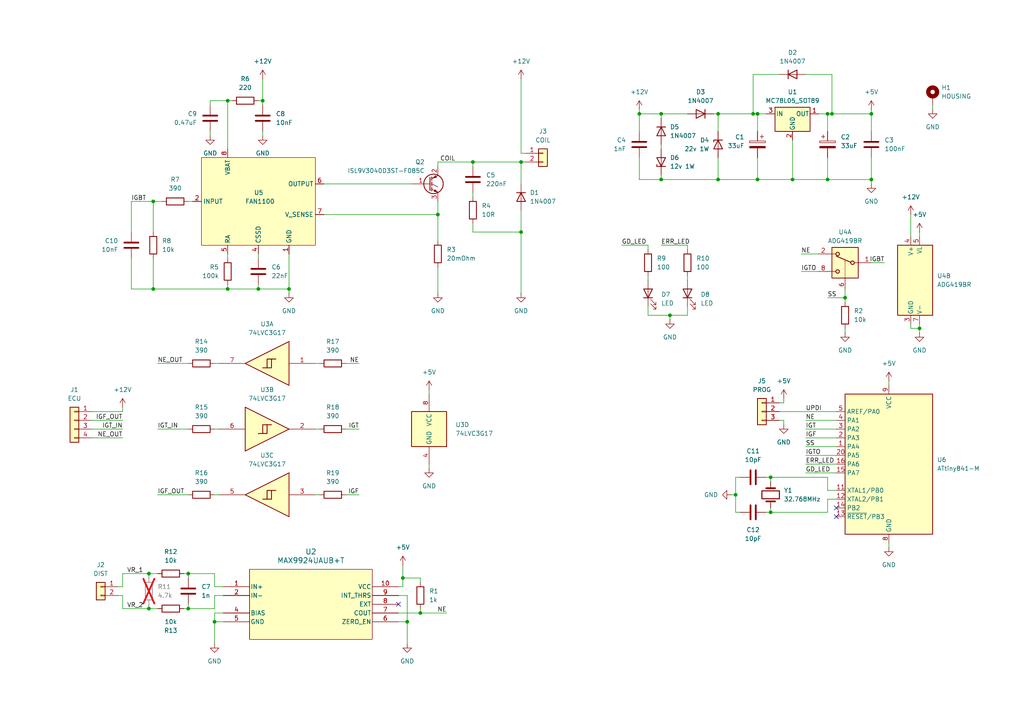
<source format=kicad_sch>
(kicad_sch (version 20231120) (generator "eeschema") (generator_version "8.0")
  (paper "A4")
  (lib_symbols
    (symbol "74xGxx:74LVC3G17"
      (property "Reference" "U" (at -2.54 7.62 0))
      (property "Value" "74LVC3G17" (at 2.54 -7.62 0))
      (symbol "74LVC3G17_1_1"
        (pin input line (at -15.24 0 0) (length 7.62) (name "~") (number "1"))
        (pin output line (at 12.7 0 180) (length 7.62) (name "~") (number "7"))
      )
      (symbol "74LVC3G17_2_1"
        (pin output line (at 12.7 0 180) (length 7.62) (name "~") (number "2"))
        (pin input line (at -15.24 0 0) (length 7.62) (name "~") (number "6"))
      )
      (symbol "74LVC3G17_3_1"
        (pin input line (at -15.24 0 0) (length 7.62) (name "~") (number "3"))
        (pin output line (at 12.7 0 180) (length 7.62) (name "~") (number "5"))
      )
      (symbol "74LVC3G17_4_1"
        (pin power_in line (at 0 -10.16 90) (length 5.08) (name "GND") (number "4"))
        (pin power_in line (at 0 10.16 270) (length 5.08) (name "VCC") (number "8"))
      )
    )
    (symbol "Analog_Switch:ADG419BR" (pin_names (offset 0.254))
      (property "Reference" "U" (at -3.175 4.699 0))
      (property "Value" "ADG419BR" (at -3.175 2.921 0))
      (symbol "ADG419BR_1_1"
        (pin passive line (at -7.62 0 0) (length 2.54) (name "~") (number "1"))
        (pin passive line (at 7.62 2.54 180) (length 2.54) (name "~") (number "2"))
        (pin input line (at 0 -7.62 90) (length 2.54) (name "~") (number "6"))
        (pin passive line (at 7.62 -2.54 180) (length 2.54) (name "~") (number "8"))
      )
      (symbol "ADG419BR_2_0"
        (pin power_in line (at 0 -12.7 90) (length 2.54) (name "GND") (number "3"))
        (pin power_in line (at 0 12.7 270) (length 2.54) (name "V+") (number "4"))
        (pin power_in line (at 2.54 12.7 270) (length 2.54) (name "VL") (number "5"))
        (pin power_in line (at 2.54 -12.7 90) (length 2.54) (name "V-") (number "7"))
      )
    )
    (symbol "Connector_Generic:Conn_01x02" (pin_names (offset 1.016) hide)
      (property "Reference" "J" (at 0 2.54 0))
      (property "Value" "Conn_01x02" (at 0 -5.08 0))
      (symbol "Conn_01x02_1_1"
        (pin passive line (at -5.08 0 0) (length 3.81) (name "Pin_1") (number "1"))
        (pin passive line (at -5.08 -2.54 0) (length 3.81) (name "Pin_2") (number "2"))
      )
    )
    (symbol "Connector_Generic:Conn_01x03" (pin_names (offset 1.016) hide)
      (property "Reference" "J" (at 0 5.08 0))
      (property "Value" "Conn_01x03" (at 0 -5.08 0))
      (symbol "Conn_01x03_1_1"
        (pin passive line (at -5.08 2.54 0) (length 3.81) (name "Pin_1") (number "1"))
        (pin passive line (at -5.08 0 0) (length 3.81) (name "Pin_2") (number "2"))
        (pin passive line (at -5.08 -2.54 0) (length 3.81) (name "Pin_3") (number "3"))
      )
    )
    (symbol "Connector_Generic:Conn_01x04" (pin_names (offset 1.016) hide)
      (property "Reference" "J" (at 0 5.08 0))
      (property "Value" "Conn_01x04" (at 0 -7.62 0))
      (symbol "Conn_01x04_1_1"
        (pin passive line (at -5.08 2.54 0) (length 3.81) (name "Pin_1") (number "1"))
        (pin passive line (at -5.08 0 0) (length 3.81) (name "Pin_2") (number "2"))
        (pin passive line (at -5.08 -2.54 0) (length 3.81) (name "Pin_3") (number "3"))
        (pin passive line (at -5.08 -5.08 0) (length 3.81) (name "Pin_4") (number "4"))
      )
    )
    (symbol "Device:C" (pin_numbers hide) (pin_names (offset 0.254))
      (property "Reference" "C" (at 0.635 2.54 0))
      (property "Value" "C" (at 0.635 -2.54 0))
      (symbol "C_1_1"
        (pin passive line (at 0 3.81 270) (length 2.794) (name "~") (number "1"))
        (pin passive line (at 0 -3.81 90) (length 2.794) (name "~") (number "2"))
      )
    )
    (symbol "Device:C_Polarized" (pin_numbers hide) (pin_names (offset 0.254))
      (property "Reference" "C" (at 0.635 2.54 0))
      (property "Value" "C_Polarized" (at 0.635 -2.54 0))
      (symbol "C_Polarized_1_1"
        (pin passive line (at 0 3.81 270) (length 2.794) (name "~") (number "1"))
        (pin passive line (at 0 -3.81 90) (length 2.794) (name "~") (number "2"))
      )
    )
    (symbol "Device:Crystal" (pin_numbers hide) (pin_names (offset 1.016) hide)
      (property "Reference" "Y" (at 0 3.81 0))
      (property "Value" "Crystal" (at 0 -3.81 0))
      (symbol "Crystal_1_1"
        (pin passive line (at -3.81 0 0) (length 1.27) (name "1") (number "1"))
        (pin passive line (at 3.81 0 180) (length 1.27) (name "2") (number "2"))
      )
    )
    (symbol "Device:D" (pin_numbers hide) (pin_names (offset 1.016) hide)
      (property "Reference" "D" (at 0 2.54 0))
      (property "Value" "D" (at 0 -2.54 0))
      (symbol "D_1_1"
        (pin passive line (at -3.81 0 0) (length 2.54) (name "K") (number "1"))
        (pin passive line (at 3.81 0 180) (length 2.54) (name "A") (number "2"))
      )
    )
    (symbol "Device:D_Zener" (pin_numbers hide) (pin_names (offset 1.016) hide)
      (property "Reference" "D" (at 0 2.54 0))
      (property "Value" "D_Zener" (at 0 -2.54 0))
      (symbol "D_Zener_1_1"
        (pin passive line (at -3.81 0 0) (length 2.54) (name "K") (number "1"))
        (pin passive line (at 3.81 0 180) (length 2.54) (name "A") (number "2"))
      )
    )
    (symbol "Device:LED" (pin_numbers hide) (pin_names (offset 1.016) hide)
      (property "Reference" "D" (at 0 2.54 0))
      (property "Value" "LED" (at 0 -2.54 0))
      (symbol "LED_1_1"
        (pin passive line (at -3.81 0 0) (length 2.54) (name "K") (number "1"))
        (pin passive line (at 3.81 0 180) (length 2.54) (name "A") (number "2"))
      )
    )
    (symbol "Device:Q_NIGBT_GCE" (pin_names (offset 0) hide)
      (property "Reference" "Q" (at 5.08 1.27 0))
      (property "Value" "Q_NIGBT_GCE" (at 5.08 -1.27 0))
      (symbol "Q_NIGBT_GCE_1_1"
        (pin input line (at -5.08 0 0) (length 5.334) (name "G") (number "1"))
        (pin passive line (at 2.54 5.08 270) (length 2.54) (name "C") (number "2"))
        (pin passive line (at 2.54 -5.08 90) (length 2.54) (name "E") (number "3"))
      )
    )
    (symbol "Device:R" (pin_numbers hide) (pin_names (offset 0))
      (property "Reference" "R" (at 2.032 0 90))
      (property "Value" "R" (at 0 0 90))
      (symbol "R_1_1"
        (pin passive line (at 0 3.81 270) (length 1.27) (name "~") (number "1"))
        (pin passive line (at 0 -3.81 90) (length 1.27) (name "~") (number "2"))
      )
    )
    (symbol "FAN1100:FAN1100-F085"
      (property "Reference" "U" (at 0 -12.446 0))
      (property "Value" "FAN1100" (at -0.254 -15.24 0))
      (symbol "FAN1100-F085_1_1"
        (pin input line (at 8.89 -30.48 90) (length 2.54) (name "GND") (number "1"))
        (pin input line (at -19.05 -15.24 0) (length 2.54) (name "INPUT") (number "2"))
        (pin input line (at -19.05 -20.32 0) (length 2.54) hide (name "NC") (number "3"))
        (pin input line (at 0 -30.48 90) (length 2.54) (name "CSSD") (number "4"))
        (pin input line (at -8.89 -30.48 90) (length 2.54) (name "RA") (number "5"))
        (pin input line (at 19.05 -10.16 180) (length 2.54) (name "OUTPUT") (number "6"))
        (pin input line (at 19.05 -19.05 180) (length 2.54) (name "V_SENSE") (number "7"))
        (pin input line (at -8.89 0 270) (length 2.54) (name "VBAT") (number "8"))
      )
    )
    (symbol "MAX9924:MAX9924UAUB+T" (pin_names (offset 0.254))
      (property "Reference" "U" (at 25.4 10.16 0))
      (property "Value" "MAX9924UAUB+T" (at 25.4 7.62 0))
      (symbol "MAX9924UAUB+T_0_1"
        (pin input line (at 0 0 0) (length 7.62) (name "IN+") (number "1"))
        (pin power_in line (at 50.8 0 180) (length 7.62) (name "VCC") (number "10"))
        (pin input line (at 0 -2.54 0) (length 7.62) (name "IN-") (number "2"))
        (pin input line (at 0 -7.62 0) (length 7.62) (name "BIAS") (number "4"))
        (pin power_in line (at 0 -10.16 0) (length 7.62) (name "GND") (number "5"))
        (pin unspecified line (at 50.8 -10.16 180) (length 7.62) (name "ZERO_EN") (number "6"))
        (pin output line (at 50.8 -7.62 180) (length 7.62) (name "COUT") (number "7"))
        (pin input line (at 50.8 -5.08 180) (length 7.62) (name "EXT") (number "8"))
        (pin unspecified line (at 50.8 -2.54 180) (length 7.62) (name "INT_THRS") (number "9"))
      )
      (symbol "MAX9924UAUB+T_1_1"
        (pin no_connect line (at 0 -5.08 0) (length 7.62) hide (name "NC") (number "3"))
      )
    )
    (symbol "MCU_Microchip_ATtiny:ATtiny841-M"
      (property "Reference" "U" (at -12.7 21.59 0))
      (property "Value" "ATtiny841-M" (at 2.54 -21.59 0))
      (symbol "ATtiny841-M_1_1"
        (pin bidirectional line (at 15.24 5.08 180) (length 2.54) (name "PA4") (number "1"))
        (pin no_connect line (at -12.7 -10.16 0) (length 2.54) hide (name "NC") (number "10"))
        (pin bidirectional line (at 15.24 -7.62 180) (length 2.54) (name "XTAL1/PB0") (number "11"))
        (pin bidirectional line (at 15.24 -10.16 180) (length 2.54) (name "XTAL2/PB1") (number "12"))
        (pin bidirectional line (at 15.24 -15.24 180) (length 2.54) (name "~{RESET}/PB3") (number "13"))
        (pin bidirectional line (at 15.24 -12.7 180) (length 2.54) (name "PB2") (number "14"))
        (pin bidirectional line (at 15.24 -2.54 180) (length 2.54) (name "PA7") (number "15"))
        (pin bidirectional line (at 15.24 0 180) (length 2.54) (name "PA6") (number "16"))
        (pin no_connect line (at -12.7 -12.7 0) (length 2.54) hide (name "NC") (number "17"))
        (pin no_connect line (at -12.7 -15.24 0) (length 2.54) hide (name "NC") (number "18"))
        (pin no_connect line (at -12.7 -17.78 0) (length 2.54) hide (name "NC") (number "19"))
        (pin bidirectional line (at 15.24 7.62 180) (length 2.54) (name "PA3") (number "2"))
        (pin bidirectional line (at 15.24 2.54 180) (length 2.54) (name "PA5") (number "20"))
        (pin passive line (at 0 -22.86 90) (length 2.54) hide (name "GND") (number "21"))
        (pin bidirectional line (at 15.24 10.16 180) (length 2.54) (name "PA2") (number "3"))
        (pin bidirectional line (at 15.24 12.7 180) (length 2.54) (name "PA1") (number "4"))
        (pin bidirectional line (at 15.24 15.24 180) (length 2.54) (name "AREF/PA0") (number "5"))
        (pin no_connect line (at -12.7 -5.08 0) (length 2.54) hide (name "NC") (number "6"))
        (pin no_connect line (at -12.7 -7.62 0) (length 2.54) hide (name "NC") (number "7"))
        (pin power_in line (at 0 -22.86 90) (length 2.54) (name "GND") (number "8"))
        (pin power_in line (at 0 22.86 270) (length 2.54) (name "VCC") (number "9"))
      )
    )
    (symbol "Mechanical:MountingHole_Pad" (pin_numbers hide) (pin_names (offset 1.016) hide) (exclude_from_sim yes) (in_bom no)
      (property "Reference" "H" (at 0 6.35 0))
      (property "Value" "MountingHole_Pad" (at 0 4.445 0))
      (symbol "MountingHole_Pad_1_1"
        (pin input line (at 0 -2.54 90) (length 2.54) (name "1") (number "1"))
      )
    )
    (symbol "Regulator_Linear:MC78L05_SOT89" (pin_names (offset 0.254))
      (property "Reference" "U" (at -3.81 3.175 0))
      (property "Value" "MC78L05_SOT89" (at -0.635 3.175 0))
      (symbol "MC78L05_SOT89_1_1"
        (pin power_out line (at 7.62 0 180) (length 2.54) (name "OUT") (number "1"))
        (pin power_in line (at 0 -7.62 90) (length 2.54) (name "GND") (number "2"))
        (pin power_in line (at -7.62 0 0) (length 2.54) (name "IN") (number "3"))
      )
    )
    (symbol "power:+12V" (power) (pin_numbers hide) (pin_names (offset 0) hide)
      (property "Value" "+12V" (at 0 3.556 0))
      (symbol "+12V_1_1"
        (pin power_in line (at 0 0 90) (length 0) (name "~") (number "1"))
      )
    )
    (symbol "power:+5V" (power) (pin_numbers hide) (pin_names (offset 0) hide)
      (property "Value" "+5V" (at 0 3.556 0))
      (symbol "+5V_1_1"
        (pin power_in line (at 0 0 90) (length 0) (name "~") (number "1"))
      )
    )
    (symbol "power:GND" (power) (pin_numbers hide) (pin_names (offset 0) hide)
      (property "Value" "GND" (at 0 -3.81 0))
      (symbol "GND_1_1"
        (pin power_in line (at 0 0 270) (length 0) (name "~") (number "1"))
      )
    )
  )
  (junction (at 252.73 33.02))
  (junction (at 185.42 33.02))
  (junction (at 118.11 180.34))
  (junction (at 240.03 52.07))
  (junction (at 121.92 177.8))
  (junction (at 76.2 29.21))
  (junction (at 44.45 83.82))
  (junction (at 151.13 67.31))
  (junction (at 127 62.23))
  (junction (at 245.11 86.36))
  (junction (at 219.71 52.07))
  (junction (at 44.45 58.42))
  (junction (at 116.84 167.64))
  (junction (at 54.61 176.53))
  (junction (at 66.04 29.21))
  (junction (at 218.44 33.02))
  (junction (at 208.28 33.02))
  (junction (at 151.13 46.99))
  (junction (at 62.23 180.34))
  (junction (at 213.36 143.51))
  (junction (at 43.18 166.37))
  (junction (at 252.73 52.07))
  (junction (at 240.03 33.02))
  (junction (at 223.52 148.59))
  (junction (at 208.28 52.07))
  (junction (at 43.18 176.53))
  (junction (at 191.77 52.07))
  (junction (at 194.31 91.44))
  (junction (at 229.87 52.07))
  (junction (at 83.82 83.82))
  (junction (at 54.61 166.37))
  (junction (at 191.77 33.02))
  (junction (at 223.52 138.43))
  (junction (at 74.93 83.82))
  (junction (at 266.7 95.25))
  (junction (at 137.16 46.99))
  (junction (at 219.71 33.02))
  (junction (at 241.3 33.02))
  (junction (at 66.04 83.82))
  (no_connect (at 242.57 149.86))
  (no_connect (at 242.57 147.32))
  (no_connect (at 115.57 175.26))
  (wire (pts (xy 62.23 176.53) (xy 54.61 176.53)))
  (wire (pts (xy 127 62.23) (xy 127 69.85)))
  (wire (pts (xy 34.29 170.18) (xy 35.56 170.18)))
  (wire (pts (xy 245.11 87.63) (xy 245.11 86.36)))
  (wire (pts (xy 66.04 73.66) (xy 66.04 74.93)))
  (wire (pts (xy 137.16 46.99) (xy 137.16 48.26)))
  (wire (pts (xy 45.72 176.53) (xy 43.18 176.53)))
  (wire (pts (xy 232.41 73.66) (xy 237.49 73.66)))
  (wire (pts (xy 214.63 138.43) (xy 213.36 138.43)))
  (wire (pts (xy 227.33 121.92) (xy 227.33 123.19)))
  (wire (pts (xy 38.1 67.31) (xy 38.1 58.42)))
  (wire (pts (xy 233.68 121.92) (xy 242.57 121.92)))
  (wire (pts (xy 62.23 143.51) (xy 63.5 143.51)))
  (wire (pts (xy 64.77 177.8) (xy 62.23 177.8)))
  (wire (pts (xy 76.2 38.1) (xy 76.2 39.37)))
  (wire (pts (xy 62.23 124.46) (xy 63.5 124.46)))
  (wire (pts (xy 151.13 60.96) (xy 151.13 67.31)))
  (wire (pts (xy 124.46 134.62) (xy 124.46 135.89)))
  (wire (pts (xy 38.1 83.82) (xy 44.45 83.82)))
  (wire (pts (xy 62.23 186.69) (xy 62.23 180.34)))
  (wire (pts (xy 43.18 166.37) (xy 43.18 167.64)))
  (wire (pts (xy 151.13 44.45) (xy 152.4 44.45)))
  (wire (pts (xy 264.16 95.25) (xy 266.7 95.25)))
  (wire (pts (xy 62.23 177.8) (xy 62.23 180.34)))
  (wire (pts (xy 100.33 143.51) (xy 104.14 143.51)))
  (wire (pts (xy 43.18 176.53) (xy 43.18 175.26)))
  (wire (pts (xy 264.16 62.23) (xy 264.16 68.58)))
  (wire (pts (xy 213.36 138.43) (xy 213.36 143.51)))
  (wire (pts (xy 54.61 176.53) (xy 54.61 175.26)))
  (wire (pts (xy 252.73 52.07) (xy 240.03 52.07)))
  (wire (pts (xy 62.23 170.18) (xy 62.23 166.37)))
  (wire (pts (xy 38.1 74.93) (xy 38.1 83.82)))
  (wire (pts (xy 208.28 38.1) (xy 208.28 33.02)))
  (wire (pts (xy 180.34 71.12) (xy 187.96 71.12)))
  (wire (pts (xy 64.77 180.34) (xy 62.23 180.34)))
  (wire (pts (xy 76.2 29.21) (xy 76.2 30.48)))
  (wire (pts (xy 207.01 33.02) (xy 208.28 33.02)))
  (wire (pts (xy 35.56 172.72) (xy 35.56 176.53)))
  (wire (pts (xy 226.06 119.38) (xy 242.57 119.38)))
  (wire (pts (xy 219.71 45.72) (xy 219.71 52.07)))
  (wire (pts (xy 64.77 172.72) (xy 62.23 172.72)))
  (wire (pts (xy 245.11 96.52) (xy 245.11 95.25)))
  (wire (pts (xy 66.04 83.82) (xy 74.93 83.82)))
  (wire (pts (xy 223.52 148.59) (xy 240.03 148.59)))
  (wire (pts (xy 233.68 132.08) (xy 242.57 132.08)))
  (wire (pts (xy 252.73 31.75) (xy 252.73 33.02)))
  (wire (pts (xy 54.61 143.51) (xy 45.72 143.51)))
  (wire (pts (xy 191.77 52.07) (xy 208.28 52.07)))
  (wire (pts (xy 151.13 67.31) (xy 151.13 85.09)))
  (wire (pts (xy 241.3 33.02) (xy 240.03 33.02)))
  (wire (pts (xy 127 48.26) (xy 127 46.99)))
  (wire (pts (xy 60.96 38.1) (xy 60.96 39.37)))
  (wire (pts (xy 252.73 33.02) (xy 241.3 33.02)))
  (wire (pts (xy 35.56 170.18) (xy 35.56 166.37)))
  (wire (pts (xy 116.84 170.18) (xy 115.57 170.18)))
  (wire (pts (xy 116.84 163.83) (xy 116.84 167.64)))
  (wire (pts (xy 152.4 46.99) (xy 151.13 46.99)))
  (wire (pts (xy 223.52 139.7) (xy 223.52 138.43)))
  (wire (pts (xy 241.3 21.59) (xy 241.3 33.02)))
  (wire (pts (xy 35.56 176.53) (xy 43.18 176.53)))
  (wire (pts (xy 191.77 33.02) (xy 199.39 33.02)))
  (wire (pts (xy 60.96 30.48) (xy 60.96 29.21)))
  (wire (pts (xy 257.81 110.49) (xy 257.81 111.76)))
  (wire (pts (xy 54.61 166.37) (xy 53.34 166.37)))
  (wire (pts (xy 92.71 105.41) (xy 91.44 105.41)))
  (wire (pts (xy 93.98 62.23) (xy 127 62.23)))
  (wire (pts (xy 34.29 172.72) (xy 35.56 172.72)))
  (wire (pts (xy 83.82 73.66) (xy 83.82 83.82)))
  (wire (pts (xy 240.03 142.24) (xy 242.57 142.24)))
  (wire (pts (xy 83.82 83.82) (xy 83.82 85.09)))
  (wire (pts (xy 187.96 88.9) (xy 187.96 91.44)))
  (wire (pts (xy 213.36 143.51) (xy 213.36 148.59)))
  (wire (pts (xy 93.98 53.34) (xy 119.38 53.34)))
  (wire (pts (xy 44.45 58.42) (xy 44.45 67.31)))
  (wire (pts (xy 245.11 86.36) (xy 245.11 83.82)))
  (wire (pts (xy 185.42 38.1) (xy 185.42 33.02)))
  (wire (pts (xy 233.68 134.62) (xy 242.57 134.62)))
  (wire (pts (xy 237.49 33.02) (xy 240.03 33.02)))
  (wire (pts (xy 222.25 148.59) (xy 223.52 148.59)))
  (wire (pts (xy 127 58.42) (xy 127 62.23)))
  (wire (pts (xy 213.36 148.59) (xy 214.63 148.59)))
  (wire (pts (xy 118.11 180.34) (xy 118.11 186.69)))
  (wire (pts (xy 240.03 144.78) (xy 242.57 144.78)))
  (wire (pts (xy 240.03 45.72) (xy 240.03 52.07)))
  (wire (pts (xy 44.45 74.93) (xy 44.45 83.82)))
  (wire (pts (xy 115.57 172.72) (xy 118.11 172.72)))
  (wire (pts (xy 185.42 33.02) (xy 191.77 33.02)))
  (wire (pts (xy 185.42 52.07) (xy 191.77 52.07)))
  (wire (pts (xy 199.39 80.01) (xy 199.39 81.28)))
  (wire (pts (xy 74.93 83.82) (xy 83.82 83.82)))
  (wire (pts (xy 53.34 176.53) (xy 54.61 176.53)))
  (wire (pts (xy 223.52 147.32) (xy 223.52 148.59)))
  (wire (pts (xy 92.71 143.51) (xy 91.44 143.51)))
  (wire (pts (xy 74.93 73.66) (xy 74.93 74.93)))
  (wire (pts (xy 212.09 143.51) (xy 213.36 143.51)))
  (wire (pts (xy 151.13 22.86) (xy 151.13 44.45)))
  (wire (pts (xy 252.73 38.1) (xy 252.73 33.02)))
  (wire (pts (xy 233.68 127) (xy 242.57 127)))
  (wire (pts (xy 26.67 121.92) (xy 35.56 121.92)))
  (wire (pts (xy 240.03 138.43) (xy 240.03 142.24)))
  (wire (pts (xy 121.92 168.91) (xy 121.92 167.64)))
  (wire (pts (xy 226.06 121.92) (xy 227.33 121.92)))
  (wire (pts (xy 45.72 105.41) (xy 54.61 105.41)))
  (wire (pts (xy 151.13 46.99) (xy 151.13 53.34)))
  (wire (pts (xy 229.87 40.64) (xy 229.87 52.07)))
  (wire (pts (xy 187.96 91.44) (xy 194.31 91.44)))
  (wire (pts (xy 233.68 137.16) (xy 242.57 137.16)))
  (wire (pts (xy 45.72 166.37) (xy 43.18 166.37)))
  (wire (pts (xy 35.56 166.37) (xy 43.18 166.37)))
  (wire (pts (xy 116.84 167.64) (xy 116.84 170.18)))
  (wire (pts (xy 194.31 91.44) (xy 199.39 91.44)))
  (wire (pts (xy 62.23 166.37) (xy 54.61 166.37)))
  (wire (pts (xy 185.42 31.75) (xy 185.42 33.02)))
  (wire (pts (xy 191.77 71.12) (xy 199.39 71.12)))
  (wire (pts (xy 240.03 148.59) (xy 240.03 144.78)))
  (wire (pts (xy 194.31 91.44) (xy 194.31 92.71)))
  (wire (pts (xy 219.71 33.02) (xy 222.25 33.02)))
  (wire (pts (xy 208.28 52.07) (xy 219.71 52.07)))
  (wire (pts (xy 74.93 29.21) (xy 76.2 29.21)))
  (wire (pts (xy 76.2 22.86) (xy 76.2 29.21)))
  (wire (pts (xy 66.04 82.55) (xy 66.04 83.82)))
  (wire (pts (xy 35.56 118.11) (xy 35.56 119.38)))
  (wire (pts (xy 54.61 166.37) (xy 54.61 167.64)))
  (wire (pts (xy 252.73 76.2) (xy 256.54 76.2)))
  (wire (pts (xy 257.81 157.48) (xy 257.81 158.75)))
  (wire (pts (xy 252.73 52.07) (xy 252.73 53.34)))
  (wire (pts (xy 60.96 29.21) (xy 66.04 29.21)))
  (wire (pts (xy 66.04 29.21) (xy 67.31 29.21)))
  (wire (pts (xy 218.44 21.59) (xy 218.44 33.02)))
  (wire (pts (xy 208.28 33.02) (xy 218.44 33.02)))
  (wire (pts (xy 191.77 50.8) (xy 191.77 52.07)))
  (wire (pts (xy 227.33 115.57) (xy 227.33 116.84)))
  (wire (pts (xy 240.03 33.02) (xy 240.03 38.1)))
  (wire (pts (xy 185.42 45.72) (xy 185.42 52.07)))
  (wire (pts (xy 233.68 21.59) (xy 241.3 21.59)))
  (wire (pts (xy 252.73 45.72) (xy 252.73 52.07)))
  (wire (pts (xy 187.96 80.01) (xy 187.96 81.28)))
  (wire (pts (xy 127 77.47) (xy 127 85.09)))
  (wire (pts (xy 44.45 58.42) (xy 46.99 58.42)))
  (wire (pts (xy 62.23 172.72) (xy 62.23 176.53)))
  (wire (pts (xy 44.45 83.82) (xy 66.04 83.82)))
  (wire (pts (xy 115.57 180.34) (xy 118.11 180.34)))
  (wire (pts (xy 223.52 138.43) (xy 240.03 138.43)))
  (wire (pts (xy 26.67 124.46) (xy 35.56 124.46)))
  (wire (pts (xy 222.25 138.43) (xy 223.52 138.43)))
  (wire (pts (xy 118.11 172.72) (xy 118.11 180.34)))
  (wire (pts (xy 199.39 71.12) (xy 199.39 72.39)))
  (wire (pts (xy 116.84 167.64) (xy 121.92 167.64)))
  (wire (pts (xy 219.71 33.02) (xy 219.71 38.1)))
  (wire (pts (xy 266.7 95.25) (xy 266.7 96.52)))
  (wire (pts (xy 92.71 124.46) (xy 91.44 124.46)))
  (wire (pts (xy 100.33 105.41) (xy 104.14 105.41)))
  (wire (pts (xy 232.41 78.74) (xy 237.49 78.74)))
  (wire (pts (xy 266.7 95.25) (xy 266.7 93.98)))
  (wire (pts (xy 233.68 129.54) (xy 242.57 129.54)))
  (wire (pts (xy 266.7 67.31) (xy 266.7 68.58)))
  (wire (pts (xy 121.92 177.8) (xy 129.54 177.8)))
  (wire (pts (xy 137.16 67.31) (xy 151.13 67.31)))
  (wire (pts (xy 227.33 116.84) (xy 226.06 116.84)))
  (wire (pts (xy 208.28 45.72) (xy 208.28 52.07)))
  (wire (pts (xy 35.56 119.38) (xy 26.67 119.38)))
  (wire (pts (xy 264.16 93.98) (xy 264.16 95.25)))
  (wire (pts (xy 137.16 64.77) (xy 137.16 67.31)))
  (wire (pts (xy 270.51 30.48) (xy 270.51 31.75)))
  (wire (pts (xy 124.46 114.3) (xy 124.46 113.03)))
  (wire (pts (xy 54.61 58.42) (xy 55.88 58.42)))
  (wire (pts (xy 137.16 46.99) (xy 151.13 46.99)))
  (wire (pts (xy 191.77 41.91) (xy 191.77 43.18)))
  (wire (pts (xy 127 46.99) (xy 137.16 46.99)))
  (wire (pts (xy 26.67 127) (xy 35.56 127)))
  (wire (pts (xy 64.77 170.18) (xy 62.23 170.18)))
  (wire (pts (xy 100.33 124.46) (xy 104.14 124.46)))
  (wire (pts (xy 191.77 34.29) (xy 191.77 33.02)))
  (wire (pts (xy 233.68 124.46) (xy 242.57 124.46)))
  (wire (pts (xy 218.44 33.02) (xy 219.71 33.02)))
  (wire (pts (xy 115.57 177.8) (xy 121.92 177.8)))
  (wire (pts (xy 226.06 21.59) (xy 218.44 21.59)))
  (wire (pts (xy 66.04 29.21) (xy 66.04 43.18)))
  (wire (pts (xy 187.96 72.39) (xy 187.96 71.12)))
  (wire (pts (xy 240.03 86.36) (xy 245.11 86.36)))
  (wire (pts (xy 137.16 55.88) (xy 137.16 57.15)))
  (wire (pts (xy 38.1 58.42) (xy 44.45 58.42)))
  (wire (pts (xy 121.92 176.53) (xy 121.92 177.8)))
  (wire (pts (xy 45.72 124.46) (xy 54.61 124.46)))
  (wire (pts (xy 219.71 52.07) (xy 229.87 52.07)))
  (wire (pts (xy 240.03 52.07) (xy 229.87 52.07)))
  (wire (pts (xy 62.23 105.41) (xy 63.5 105.41)))
  (wire (pts (xy 199.39 91.44) (xy 199.39 88.9)))
  (wire (pts (xy 74.93 82.55) (xy 74.93 83.82)))
  (label "IGBT" (at 38.1 58.42 0))
  (label "IGT_IN" (at 35.56 124.46 180))
  (label "NE" (at 104.14 105.41 180))
  (label "ERR_LED" (at 233.68 134.62 0))
  (label "VR_1" (at 36.83 166.37 0))
  (label "NE" (at 233.68 121.92 0))
  (label "NE" (at 129.54 177.8 180))
  (label "IGBT" (at 256.54 76.2 180))
  (label "IGF_OUT" (at 45.72 143.51 0))
  (label "SS" (at 233.68 129.54 0))
  (label "GD_LED" (at 180.34 71.12 0))
  (label "IGTO" (at 233.68 132.08 0))
  (label "GD_LED" (at 233.68 137.16 0))
  (label "SS" (at 240.03 86.36 0))
  (label "UPDI" (at 233.68 119.38 0))
  (label "COIL" (at 132.08 46.99 180))
  (label "IGF" (at 233.68 127 0))
  (label "NE" (at 232.41 73.66 0))
  (label "IGF_OUT" (at 35.56 121.92 180))
  (label "IGF" (at 104.14 143.51 180))
  (label "NE_OUT" (at 35.56 127 180))
  (label "IGT" (at 233.68 124.46 0))
  (label "ERR_LED" (at 191.77 71.12 0))
  (label "IGT" (at 104.14 124.46 180))
  (label "NE_OUT" (at 45.72 105.41 0))
  (label "IGT_IN" (at 45.72 124.46 0))
  (label "IGTO" (at 232.41 78.74 0))
  (label "VR_2" (at 36.83 176.53 0))
  (symbol (lib_id "power:+5V") (at 257.81 110.49 0) (unit 1)
    (property "Reference" "#PWR025" (effects (hide yes)))
    (property "Value" "+5V" (at 257.81 105.41 0))
    (property "Description" "Power symbol creates a global label with name \"+5V\"" (effects (hide yes)))
  )
  (symbol (lib_id "Analog_Switch:ADG419BR") (at 264.16 81.28 0) (unit 2)
    (property "Reference" "U4" (at 271.78 80.01 0) (effects (justify left)))
    (property "Value" "ADG419BR" (at 271.78 82.55 0) (effects (justify left)))
    (property "Footprint" "Package_SO:SOIC-8_3.9x4.9mm_P1.27mm" (effects (hide yes)))
    (property "Datasheet" "https://www.analog.com/media/en/technical-documentation/data-sheets/ADG419.pdf" (effects (hide yes)))
    (property "Description" "Single SPDT Monolithic LC²MOS Analog Switch, 25Ohm Ron, SOIC-8" (effects (hide yes)))
  )
  (symbol (lib_id "Device:R") (at 127 73.66 0) (unit 1)
    (property "Reference" "R3" (at 129.54 72.3899 0) (effects (justify left)))
    (property "Value" "20mOhm" (at 129.54 74.9299 0) (effects (justify left)))
    (property "Footprint" "Resistor_SMD:R_1206_3216Metric" (effects (hide yes)))
    (property "Description" "Resistor" (effects (hide yes)))
  )
  (symbol (lib_id "power:GND") (at 194.31 92.71 0) (unit 1)
    (property "Reference" "#PWR016" (effects (hide yes)))
    (property "Value" "GND" (at 194.31 97.79 0))
    (property "Description" "Power symbol creates a global label with name \"GND\" , ground" (effects (hide yes)))
  )
  (symbol (lib_id "Device:R") (at 49.53 176.53 90) (mirror x) (unit 1)
    (property "Reference" "R13" (at 49.53 182.88 90))
    (property "Value" "10k" (at 49.53 180.34 90))
    (property "Footprint" "Resistor_SMD:R_0805_2012Metric" (effects (hide yes)))
    (property "Description" "Resistor" (effects (hide yes)))
  )
  (symbol (lib_id "Device:C_Polarized") (at 240.03 41.91 0) (unit 1)
    (property "Reference" "C2" (at 243.84 39.7509 0) (effects (justify left)))
    (property "Value" "33uF" (at 243.84 42.2909 0) (effects (justify left)))
    (property "Footprint" "Capacitor_Tantalum_SMD:CP_EIA-7343-30_AVX-N" (effects (hide yes)))
    (property "Description" "Polarized capacitor" (effects (hide yes)))
  )
  (symbol (lib_id "Device:LED") (at 187.96 85.09 90) (unit 1)
    (property "Reference" "D7" (at 191.77 85.4074 90) (effects (justify right)))
    (property "Value" "LED" (at 191.77 87.9474 90) (effects (justify right)))
    (property "Footprint" "LED_SMD:LED_0805_2012Metric" (effects (hide yes)))
    (property "Description" "Light emitting diode" (effects (hide yes)))
  )
  (symbol (lib_id "Device:R") (at 71.12 29.21 90) (unit 1)
    (property "Reference" "R6" (at 71.12 22.86 90))
    (property "Value" "220" (at 71.12 25.4 90))
    (property "Footprint" "Resistor_SMD:R_0603_1608Metric" (effects (hide yes)))
    (property "Description" "Resistor" (effects (hide yes)))
  )
  (symbol (lib_id "power:GND") (at 252.73 53.34 0) (unit 1)
    (property "Reference" "#PWR07" (effects (hide yes)))
    (property "Value" "GND" (at 252.73 58.42 0))
    (property "Description" "Power symbol creates a global label with name \"GND\" , ground" (effects (hide yes)))
  )
  (symbol (lib_id "Device:C") (at 137.16 52.07 0) (unit 1)
    (property "Reference" "C5" (at 140.97 50.7999 0) (effects (justify left)))
    (property "Value" "220nF" (at 140.97 53.3399 0) (effects (justify left)))
    (property "Footprint" "Capacitor_SMD:C_0805_2012Metric" (effects (hide yes)))
    (property "Description" "Unpolarized capacitor" (effects (hide yes)))
  )
  (symbol (lib_id "power:+12V") (at 76.2 22.86 0) (unit 1)
    (property "Reference" "#PWR013" (effects (hide yes)))
    (property "Value" "+12V" (at 76.2 17.78 0))
    (property "Description" "Power symbol creates a global label with name \"+12V\"" (effects (hide yes)))
  )
  (symbol (lib_id "power:GND") (at 257.81 158.75 0) (unit 1)
    (property "Reference" "#PWR024" (effects (hide yes)))
    (property "Value" "GND" (at 257.81 163.83 0))
    (property "Description" "Power symbol creates a global label with name \"GND\" , ground" (effects (hide yes)))
  )
  (symbol (lib_id "Device:C") (at 218.44 138.43 90) (unit 1)
    (property "Reference" "C11" (at 218.44 130.81 90))
    (property "Value" "10pF" (at 218.44 133.35 90))
    (property "Footprint" "Capacitor_SMD:C_0805_2012Metric" (effects (hide yes)))
    (property "Description" "Unpolarized capacitor" (effects (hide yes)))
  )
  (symbol (lib_id "Device:C") (at 60.96 34.29 0) (mirror y) (unit 1)
    (property "Reference" "C9" (at 57.15 33.0199 0) (effects (justify left)))
    (property "Value" "0.47uF" (at 57.15 35.5599 0) (effects (justify left)))
    (property "Footprint" "Capacitor_SMD:C_0805_2012Metric" (effects (hide yes)))
    (property "Description" "Unpolarized capacitor" (effects (hide yes)))
  )
  (symbol (lib_id "MAX9924:MAX9924UAUB+T") (at 64.77 170.18 0) (unit 1)
    (property "Reference" "U2" (at 90.17 160.02 0) (effects (font (size 1.524 1.524))))
    (property "Value" "MAX9924UAUB+T" (at 90.17 162.56 0) (effects (font (size 1.524 1.524))))
    (property "Footprint" "Package_SO:MSOP-10_3x3mm_P0.5mm" (effects (hide yes)))
    (property "Datasheet" "MAX9924UAUB+T" (effects (hide yes)))
  )
  (symbol (lib_id "Device:C") (at 74.93 78.74 0) (unit 1)
    (property "Reference" "C6" (at 78.74 77.4699 0) (effects (justify left)))
    (property "Value" "22nF" (at 78.74 80.0099 0) (effects (justify left)))
    (property "Footprint" "Capacitor_SMD:C_0805_2012Metric" (effects (hide yes)))
    (property "Description" "Unpolarized capacitor" (effects (hide yes)))
  )
  (symbol (lib_id "power:GND") (at 118.11 186.69 0) (unit 1)
    (property "Reference" "#PWR012" (effects (hide yes)))
    (property "Value" "GND" (at 118.11 191.77 0))
    (property "Description" "Power symbol creates a global label with name \"GND\" , ground" (effects (hide yes)))
  )
  (symbol (lib_id "Device:R") (at 50.8 58.42 90) (unit 1)
    (property "Reference" "R7" (at 50.8 52.07 90))
    (property "Value" "390" (at 50.8 54.61 90))
    (property "Footprint" "Resistor_SMD:R_0603_1608Metric" (effects (hide yes)))
    (property "Description" "Resistor" (effects (hide yes)))
  )
  (symbol (lib_id "Device:C") (at 185.42 41.91 0) (mirror y) (unit 1)
    (property "Reference" "C4" (at 181.61 40.6399 0) (effects (justify left)))
    (property "Value" "1nF" (at 181.61 43.1799 0) (effects (justify left)))
    (property "Footprint" "Capacitor_SMD:C_0805_2012Metric" (effects (hide yes)))
    (property "Description" "Unpolarized capacitor" (effects (hide yes)))
  )
  (symbol (lib_id "power:GND") (at 270.51 31.75 0) (unit 1)
    (property "Reference" "#PWR03" (effects (hide yes)))
    (property "Value" "GND" (at 270.51 36.83 0))
    (property "Description" "Power symbol creates a global label with name \"GND\" , ground" (effects (hide yes)))
  )
  (symbol (lib_id "Device:C") (at 76.2 34.29 0) (unit 1)
    (property "Reference" "C8" (at 80.01 33.0199 0) (effects (justify left)))
    (property "Value" "10nF" (at 80.01 35.5599 0) (effects (justify left)))
    (property "Footprint" "Capacitor_SMD:C_0805_2012Metric" (effects (hide yes)))
    (property "Description" "Unpolarized capacitor" (effects (hide yes)))
  )
  (symbol (lib_id "power:+12V") (at 264.16 62.23 0) (unit 1)
    (property "Reference" "#PWR023" (effects (hide yes)))
    (property "Value" "+12V" (at 264.16 57.15 0))
    (property "Description" "Power symbol creates a global label with name \"+12V\"" (effects (hide yes)))
  )
  (symbol (lib_id "Connector_Generic:Conn_01x02") (at 29.21 170.18 0) (mirror y) (unit 1)
    (property "Reference" "J2" (at 29.21 163.83 0))
    (property "Value" "DIST" (at 29.21 166.37 0))
    (property "Footprint" "Connector_PinHeader_2.54mm:PinHeader_1x02_P2.54mm_Vertical" (effects (hide yes)))
    (property "Description" "Generic connector, single row, 01x02, script generated (kicad-library-utils/schlib/autogen/connector/)" (effects (hide yes)))
  )
  (symbol (lib_id "Device:R") (at 96.52 105.41 90) (unit 1)
    (property "Reference" "R17" (at 96.52 99.06 90))
    (property "Value" "390" (at 96.52 101.6 90))
    (property "Footprint" "Resistor_SMD:R_0603_1608Metric" (effects (hide yes)))
    (property "Description" "Resistor" (effects (hide yes)))
  )
  (symbol (lib_id "Device:R") (at 43.18 171.45 0) (unit 1) (dnp yes)
    (property "Reference" "R11" (at 45.72 170.18 0) (effects (justify left)))
    (property "Value" "4.7k" (at 45.72 172.72 0) (effects (justify left)))
    (property "Footprint" "Resistor_SMD:R_0805_2012Metric" (effects (hide yes)))
    (property "Description" "Resistor" (effects (hide yes)))
  )
  (symbol (lib_id "power:+12V") (at 35.56 118.11 0) (unit 1)
    (property "Reference" "#PWR01" (effects (hide yes)))
    (property "Value" "+12V" (at 35.56 113.03 0))
    (property "Description" "Power symbol creates a global label with name \"+12V\"" (effects (hide yes)))
  )
  (symbol (lib_id "Device:D_Zener") (at 191.77 46.99 90) (unit 1)
    (property "Reference" "D6" (at 194.31 45.7199 90) (effects (justify right)))
    (property "Value" "12v 1W" (at 194.31 48.2599 90) (effects (justify right)))
    (property "Footprint" "Diode_SMD:D_SMF" (effects (hide yes)))
    (property "Description" "Zener diode" (effects (hide yes)))
  )
  (symbol (lib_id "Device:R") (at 121.92 172.72 0) (unit 1)
    (property "Reference" "R1" (at 124.46 171.4499 0) (effects (justify left)))
    (property "Value" "1k" (at 124.46 173.9899 0) (effects (justify left)))
    (property "Footprint" "Resistor_SMD:R_0603_1608Metric" (effects (hide yes)))
    (property "Description" "Resistor" (effects (hide yes)))
  )
  (symbol (lib_id "power:GND") (at 212.09 143.51 270) (unit 1)
    (property "Reference" "#PWR015" (effects (hide yes)))
    (property "Value" "GND" (at 208.28 143.5099 90) (effects (justify right)))
    (property "Description" "Power symbol creates a global label with name \"GND\" , ground" (effects (hide yes)))
  )
  (symbol (lib_id "Device:R") (at 199.39 76.2 0) (unit 1)
    (property "Reference" "R10" (at 201.93 74.9299 0) (effects (justify left)))
    (property "Value" "100" (at 201.93 77.4699 0) (effects (justify left)))
    (property "Footprint" "Resistor_SMD:R_0603_1608Metric" (effects (hide yes)))
    (property "Description" "Resistor" (effects (hide yes)))
  )
  (symbol (lib_id "MCU_Microchip_ATtiny:ATtiny841-M") (at 257.81 134.62 0) (mirror y) (unit 1)
    (property "Reference" "U6" (at 271.78 133.3499 0) (effects (justify right)))
    (property "Value" "ATtiny841-M" (at 271.78 135.8899 0) (effects (justify right)))
    (property "Footprint" "Package_DFN_QFN:QFN-20-1EP_4x4mm_P0.5mm_EP2.6x2.6mm" (effects (hide yes)))
    (property "Datasheet" "http://ww1.microchip.com/downloads/en/DeviceDoc/Atmel-8495-8-bit-AVR-Microcontrollers-ATtiny441-ATtiny841_Datasheet.pdf" (effects (hide yes)))
    (property "Description" "16MHz, 8kB Flash, 512B SRAM, 512B EEPROM, ADC, ACI, debugWIRE, QFN-20" (effects (hide yes)))
  )
  (symbol (lib_id "power:GND") (at 124.46 135.89 0) (unit 1)
    (property "Reference" "#PWR020" (effects (hide yes)))
    (property "Value" "GND" (at 124.46 140.97 0))
    (property "Description" "Power symbol creates a global label with name \"GND\" , ground" (effects (hide yes)))
  )
  (symbol (lib_id "Device:Crystal") (at 223.52 143.51 90) (unit 1)
    (property "Reference" "Y1" (at 227.33 142.2399 90) (effects (justify right)))
    (property "Value" "32.768MHz" (at 227.33 144.7799 90) (effects (justify right)))
    (property "Footprint" "Crystal:Crystal_SMD_3215-2Pin_3.2x1.5mm" (effects (hide yes)))
    (property "Description" "Two pin crystal" (effects (hide yes)))
  )
  (symbol (lib_id "power:+12V") (at 151.13 22.86 0) (mirror y) (unit 1)
    (property "Reference" "#PWR02" (effects (hide yes)))
    (property "Value" "+12V" (at 151.13 17.78 0))
    (property "Description" "Power symbol creates a global label with name \"+12V\"" (effects (hide yes)))
  )
  (symbol (lib_id "Device:D") (at 229.87 21.59 0) (unit 1)
    (property "Reference" "D2" (at 229.87 15.24 0))
    (property "Value" "1N4007" (at 229.87 17.78 0))
    (property "Footprint" "Diode_SMD:D_SMF" (effects (hide yes)))
    (property "Description" "Diode" (effects (hide yes)))
    (property "Sim.Device" "D" (effects (hide yes)))
    (property "Sim.Pins" "1=K 2=A" (effects (hide yes)))
  )
  (symbol (lib_id "74xGxx:74LVC3G17") (at 76.2 143.51 0) (mirror y) (unit 3)
    (property "Reference" "U3" (at 77.47 132.08 0))
    (property "Value" "74LVC3G17" (at 77.47 134.62 0))
    (property "Footprint" "Package_SO:VSSOP-8_2.4x2.1mm_P0.5mm" (effects (hide yes)))
    (property "Datasheet" "http://www.ti.com/lit/sg/scyt129e/scyt129e.pdf" (effects (hide yes)))
    (property "Description" "Triple Buffer Schmitt, Low-Voltage CMOS" (effects (hide yes)))
  )
  (symbol (lib_id "power:GND") (at 266.7 96.52 0) (unit 1)
    (property "Reference" "#PWR022" (effects (hide yes)))
    (property "Value" "GND" (at 266.7 101.6 0))
    (property "Description" "Power symbol creates a global label with name \"GND\" , ground" (effects (hide yes)))
  )
  (symbol (lib_id "Device:Q_NIGBT_GCE") (at 124.46 53.34 0) (unit 1)
    (property "Reference" "Q2" (at 123.19 46.99 0) (effects (justify right)))
    (property "Value" "ISL9V3040D3ST-F085C" (at 123.19 49.53 0) (effects (justify right)))
    (property "Footprint" "Package_TO_SOT_SMD:TO-252-2" (effects (hide yes)))
    (property "Description" "N-IGBT transistor, gate/collector/emitter" (effects (hide yes)))
  )
  (symbol (lib_id "Device:D") (at 151.13 57.15 270) (unit 1)
    (property "Reference" "D1" (at 153.67 55.8799 90) (effects (justify left)))
    (property "Value" "1N4007" (at 153.67 58.4199 90) (effects (justify left)))
    (property "Footprint" "Diode_SMD:D_SMF" (effects (hide yes)))
    (property "Description" "Diode" (effects (hide yes)))
    (property "Sim.Device" "D" (effects (hide yes)))
    (property "Sim.Pins" "1=K 2=A" (effects (hide yes)))
  )
  (symbol (lib_id "Device:LED") (at 199.39 85.09 90) (unit 1)
    (property "Reference" "D8" (at 203.2 85.4074 90) (effects (justify right)))
    (property "Value" "LED" (at 203.2 87.9474 90) (effects (justify right)))
    (property "Footprint" "LED_SMD:LED_0805_2012Metric" (effects (hide yes)))
    (property "Description" "Light emitting diode" (effects (hide yes)))
  )
  (symbol (lib_id "Mechanical:MountingHole_Pad") (at 270.51 27.94 0) (unit 1)
    (property "Reference" "H1" (at 273.05 25.4 0) (effects (justify left)))
    (property "Value" "HOUSING" (at 273.05 27.94 0) (effects (justify left)))
    (property "Footprint" "MountingHole:MountingHole_3.2mm_M3_Pad" (effects (hide yes)))
    (property "Description" "Mounting Hole with connection" (effects (hide yes)))
  )
  (symbol (lib_id "power:+5V") (at 124.46 113.03 0) (unit 1)
    (property "Reference" "#PWR019" (effects (hide yes)))
    (property "Value" "+5V" (at 124.46 107.95 0))
    (property "Description" "Power symbol creates a global label with name \"+5V\"" (effects (hide yes)))
  )
  (symbol (lib_id "power:GND") (at 62.23 186.69 0) (unit 1)
    (property "Reference" "#PWR09" (effects (hide yes)))
    (property "Value" "GND" (at 62.23 191.77 0))
    (property "Description" "Power symbol creates a global label with name \"GND\" , ground" (effects (hide yes)))
  )
  (symbol (lib_id "Device:R") (at 96.52 143.51 90) (unit 1)
    (property "Reference" "R19" (at 96.52 137.16 90))
    (property "Value" "390" (at 96.52 139.7 90))
    (property "Footprint" "Resistor_SMD:R_0603_1608Metric" (effects (hide yes)))
    (property "Description" "Resistor" (effects (hide yes)))
  )
  (symbol (lib_id "Regulator_Linear:MC78L05_SOT89") (at 229.87 33.02 0) (unit 1)
    (property "Reference" "U1" (at 229.87 26.67 0))
    (property "Value" "MC78L05_SOT89" (at 229.87 29.21 0))
    (property "Footprint" "Package_TO_SOT_SMD:SOT-89-3" (effects (hide yes)))
    (property "Datasheet" "https://www.onsemi.com/pub/Collateral/MC78L00A-D.PDF" (effects (hide yes)))
    (property "Description" "Positive 100mA 30V Linear Regulator, Fixed Output 5V, SOT-89" (effects (hide yes)))
  )
  (symbol (lib_id "Device:R") (at 137.16 60.96 0) (unit 1)
    (property "Reference" "R4" (at 139.7 59.6899 0) (effects (justify left)))
    (property "Value" "10R" (at 139.7 62.2299 0) (effects (justify left)))
    (property "Footprint" "Resistor_SMD:R_0805_2012Metric" (effects (hide yes)))
    (property "Description" "Resistor" (effects (hide yes)))
  )
  (symbol (lib_id "74xGxx:74LVC3G17") (at 124.46 124.46 0) (unit 4)
    (property "Reference" "U3" (at 132.08 123.1899 0) (effects (justify left)))
    (property "Value" "74LVC3G17" (at 132.08 125.7299 0) (effects (justify left)))
    (property "Footprint" "Package_SO:VSSOP-8_2.4x2.1mm_P0.5mm" (effects (hide yes)))
    (property "Datasheet" "http://www.ti.com/lit/sg/scyt129e/scyt129e.pdf" (effects (hide yes)))
    (property "Description" "Triple Buffer Schmitt, Low-Voltage CMOS" (effects (hide yes)))
  )
  (symbol (lib_id "Device:C") (at 54.61 171.45 0) (unit 1)
    (property "Reference" "C7" (at 58.42 170.18 0) (effects (justify left)))
    (property "Value" "1n" (at 58.42 172.72 0) (effects (justify left)))
    (property "Footprint" "Capacitor_SMD:C_0805_2012Metric" (effects (hide yes)))
    (property "Description" "Unpolarized capacitor" (effects (hide yes)))
  )
  (symbol (lib_id "Device:R") (at 58.42 143.51 90) (unit 1)
    (property "Reference" "R16" (at 58.42 137.16 90))
    (property "Value" "390" (at 58.42 139.7 90))
    (property "Footprint" "Resistor_SMD:R_0603_1608Metric" (effects (hide yes)))
    (property "Description" "Resistor" (effects (hide yes)))
  )
  (symbol (lib_id "Device:D_Zener") (at 208.28 41.91 90) (mirror x) (unit 1)
    (property "Reference" "D4" (at 205.74 40.6399 90) (effects (justify left)))
    (property "Value" "22v 1W" (at 205.74 43.1799 90) (effects (justify left)))
    (property "Footprint" "Diode_SMD:D_SMF" (effects (hide yes)))
    (property "Description" "Zener diode" (effects (hide yes)))
  )
  (symbol (lib_id "Device:C") (at 38.1 71.12 0) (mirror y) (unit 1)
    (property "Reference" "C10" (at 34.29 69.8499 0) (effects (justify left)))
    (property "Value" "10nF" (at 34.29 72.3899 0) (effects (justify left)))
    (property "Footprint" "Capacitor_SMD:C_0805_2012Metric" (effects (hide yes)))
    (property "Description" "Unpolarized capacitor" (effects (hide yes)))
  )
  (symbol (lib_id "power:+5V") (at 116.84 163.83 0) (unit 1)
    (property "Reference" "#PWR08" (effects (hide yes)))
    (property "Value" "+5V" (at 116.84 158.75 0))
    (property "Description" "Power symbol creates a global label with name \"+5V\"" (effects (hide yes)))
  )
  (symbol (lib_id "Device:R") (at 44.45 71.12 180) (unit 1)
    (property "Reference" "R8" (at 46.99 69.8499 0) (effects (justify right)))
    (property "Value" "10k" (at 46.99 72.3899 0) (effects (justify right)))
    (property "Footprint" "Resistor_SMD:R_0603_1608Metric" (effects (hide yes)))
    (property "Description" "Resistor" (effects (hide yes)))
  )
  (symbol (lib_id "Connector_Generic:Conn_01x03") (at 220.98 119.38 0) (mirror y) (unit 1)
    (property "Reference" "J5" (at 220.98 110.49 0))
    (property "Value" "PROG" (at 220.98 113.03 0))
    (property "Footprint" "Connector_PinHeader_2.54mm:PinHeader_1x03_P2.54mm_Vertical" (effects (hide yes)))
    (property "Description" "Generic connector, single row, 01x03, script generated (kicad-library-utils/schlib/autogen/connector/)" (effects (hide yes)))
  )
  (symbol (lib_id "Device:R") (at 245.11 91.44 0) (unit 1)
    (property "Reference" "R2" (at 247.65 90.17 0) (effects (justify left)))
    (property "Value" "10k" (at 247.65 92.71 0) (effects (justify left)))
    (property "Footprint" "Resistor_SMD:R_0603_1608Metric" (effects (hide yes)))
    (property "Description" "Resistor" (effects (hide yes)))
  )
  (symbol (lib_id "Device:R") (at 96.52 124.46 90) (unit 1)
    (property "Reference" "R18" (at 96.52 118.11 90))
    (property "Value" "390" (at 96.52 120.65 90))
    (property "Footprint" "Resistor_SMD:R_0603_1608Metric" (effects (hide yes)))
    (property "Description" "Resistor" (effects (hide yes)))
  )
  (symbol (lib_id "power:+5V") (at 227.33 115.57 0) (unit 1)
    (property "Reference" "#PWR027" (effects (hide yes)))
    (property "Value" "+5V" (at 227.33 110.49 0))
    (property "Description" "Power symbol creates a global label with name \"+5V\"" (effects (hide yes)))
  )
  (symbol (lib_id "power:+5V") (at 252.73 31.75 0) (unit 1)
    (property "Reference" "#PWR06" (effects (hide yes)))
    (property "Value" "+5V" (at 252.73 26.67 0))
    (property "Description" "Power symbol creates a global label with name \"+5V\"" (effects (hide yes)))
  )
  (symbol (lib_id "Device:C") (at 252.73 41.91 0) (unit 1)
    (property "Reference" "C3" (at 256.54 40.6399 0) (effects (justify left)))
    (property "Value" "100nF" (at 256.54 43.1799 0) (effects (justify left)))
    (property "Footprint" "Capacitor_SMD:C_0805_2012Metric" (effects (hide yes)))
    (property "Description" "Unpolarized capacitor" (effects (hide yes)))
  )
  (symbol (lib_id "Connector_Generic:Conn_01x02") (at 157.48 44.45 0) (unit 1)
    (property "Reference" "J3" (at 157.48 38.1 0))
    (property "Value" "COIL" (at 157.48 40.64 0))
    (property "Footprint" "Connector_Wire:SolderWire-1sqmm_1x02_P5.4mm_D1.4mm_OD2.7mm" (effects (hide yes)))
    (property "Description" "Generic connector, single row, 01x02, script generated (kicad-library-utils/schlib/autogen/connector/)" (effects (hide yes)))
  )
  (symbol (lib_id "power:+5V") (at 266.7 67.31 0) (unit 1)
    (property "Reference" "#PWR021" (effects (hide yes)))
    (property "Value" "+5V" (at 266.7 62.23 0))
    (property "Description" "Power symbol creates a global label with name \"+5V\"" (effects (hide yes)))
  )
  (symbol (lib_id "power:GND") (at 245.11 96.52 0) (unit 1)
    (property "Reference" "#PWR017" (effects (hide yes)))
    (property "Value" "GND" (at 245.11 101.6 0))
    (property "Description" "Power symbol creates a global label with name \"GND\" , ground" (effects (hide yes)))
  )
  (symbol (lib_id "Device:D") (at 203.2 33.02 180) (unit 1)
    (property "Reference" "D3" (at 203.2 26.67 0))
    (property "Value" "1N4007" (at 203.2 29.21 0))
    (property "Footprint" "Diode_SMD:D_SMF" (effects (hide yes)))
    (property "Description" "Diode" (effects (hide yes)))
    (property "Sim.Device" "D" (effects (hide yes)))
    (property "Sim.Pins" "1=K 2=A" (effects (hide yes)))
  )
  (symbol (lib_id "power:GND") (at 60.96 39.37 0) (unit 1)
    (property "Reference" "#PWR014" (effects (hide yes)))
    (property "Value" "GND" (at 60.96 44.45 0))
    (property "Description" "Power symbol creates a global label with name \"GND\" , ground" (effects (hide yes)))
  )
  (symbol (lib_id "Device:R") (at 49.53 166.37 90) (unit 1)
    (property "Reference" "R12" (at 49.53 160.02 90))
    (property "Value" "10k" (at 49.53 162.56 90))
    (property "Footprint" "Resistor_SMD:R_0805_2012Metric" (effects (hide yes)))
    (property "Description" "Resistor" (effects (hide yes)))
  )
  (symbol (lib_id "Connector_Generic:Conn_01x04") (at 21.59 121.92 0) (mirror y) (unit 1)
    (property "Reference" "J1" (at 21.59 113.03 0))
    (property "Value" "ECU" (at 21.59 115.57 0))
    (property "Footprint" "Connector_PinHeader_2.54mm:PinHeader_1x04_P2.54mm_Vertical" (effects (hide yes)))
    (property "Description" "Generic connector, single row, 01x04, script generated (kicad-library-utils/schlib/autogen/connector/)" (effects (hide yes)))
  )
  (symbol (lib_id "FAN1100:FAN1100-F085") (at 74.93 43.18 0) (unit 1)
    (property "Reference" "U5" (at 73.66 55.88 0) (effects (justify left)))
    (property "Value" "FAN1100" (at 71.12 58.42 0) (effects (justify left)))
    (property "Footprint" "Package_SO:SOIC-8_3.9x4.9mm_P1.27mm" (effects (hide yes)))
    (property "Datasheet" "https://www.onsemi.com/download/data-sheet/pdf/fan1100_f085-d.pdf" (effects (hide yes)))
  )
  (symbol (lib_id "Device:R") (at 58.42 105.41 90) (unit 1)
    (property "Reference" "R14" (at 58.42 99.06 90))
    (property "Value" "390" (at 58.42 101.6 90))
    (property "Footprint" "Resistor_SMD:R_0603_1608Metric" (effects (hide yes)))
    (property "Description" "Resistor" (effects (hide yes)))
  )
  (symbol (lib_id "74xGxx:74LVC3G17") (at 76.2 105.41 0) (mirror y) (unit 1)
    (property "Reference" "U3" (at 77.47 93.98 0))
    (property "Value" "74LVC3G17" (at 77.47 96.52 0))
    (property "Footprint" "Package_SO:VSSOP-8_2.4x2.1mm_P0.5mm" (effects (hide yes)))
    (property "Datasheet" "http://www.ti.com/lit/sg/scyt129e/scyt129e.pdf" (effects (hide yes)))
    (property "Description" "Triple Buffer Schmitt, Low-Voltage CMOS" (effects (hide yes)))
  )
  (symbol (lib_id "power:GND") (at 227.33 123.19 0) (unit 1)
    (property "Reference" "#PWR026" (effects (hide yes)))
    (property "Value" "GND" (at 227.33 128.27 0))
    (property "Description" "Power symbol creates a global label with name \"GND\" , ground" (effects (hide yes)))
  )
  (symbol (lib_id "Device:D") (at 191.77 38.1 270) (unit 1)
    (property "Reference" "D5" (at 194.31 36.8299 90) (effects (justify left)))
    (property "Value" "1N4007" (at 194.31 39.3699 90) (effects (justify left)))
    (property "Footprint" "Diode_SMD:D_SMF" (effects (hide yes)))
    (property "Description" "Diode" (effects (hide yes)))
    (property "Sim.Device" "D" (effects (hide yes)))
    (property "Sim.Pins" "1=K 2=A" (effects (hide yes)))
  )
  (symbol (lib_id "power:+12V") (at 185.42 31.75 0) (unit 1)
    (property "Reference" "#PWR05" (effects (hide yes)))
    (property "Value" "+12V" (at 185.42 26.67 0))
    (property "Description" "Power symbol creates a global label with name \"+12V\"" (effects (hide yes)))
  )
  (symbol (lib_id "Device:C_Polarized") (at 219.71 41.91 0) (mirror y) (unit 1)
    (property "Reference" "C1" (at 215.9 39.7509 0) (effects (justify left)))
    (property "Value" "33uF" (at 215.9 42.2909 0) (effects (justify left)))
    (property "Footprint" "Capacitor_Tantalum_SMD:CP_EIA-7343-30_AVX-N" (effects (hide yes)))
    (property "Description" "Polarized capacitor" (effects (hide yes)))
  )
  (symbol (lib_id "power:GND") (at 127 85.09 0) (mirror y) (unit 1)
    (property "Reference" "#PWR04" (effects (hide yes)))
    (property "Value" "GND" (at 127 90.17 0))
    (property "Description" "Power symbol creates a global label with name \"GND\" , ground" (effects (hide yes)))
  )
  (symbol (lib_id "Device:C") (at 218.44 148.59 90) (mirror x) (unit 1)
    (property "Reference" "C12" (at 218.44 153.67 90))
    (property "Value" "10pF" (at 218.44 156.21 90))
    (property "Footprint" "Capacitor_SMD:C_0805_2012Metric" (effects (hide yes)))
    (property "Description" "Unpolarized capacitor" (effects (hide yes)))
  )
  (symbol (lib_id "Analog_Switch:ADG419BR") (at 245.11 76.2 0) (mirror y) (unit 1)
    (property "Reference" "U4" (at 245.11 67.31 0))
    (property "Value" "ADG419BR" (at 245.11 69.85 0))
    (property "Footprint" "Package_SO:SOIC-8_3.9x4.9mm_P1.27mm" (effects (hide yes)))
    (property "Datasheet" "https://www.analog.com/media/en/technical-documentation/data-sheets/ADG419.pdf" (effects (hide yes)))
    (property "Description" "Single SPDT Monolithic LC²MOS Analog Switch, 25Ohm Ron, SOIC-8" (effects (hide yes)))
  )
  (symbol (lib_id "Device:R") (at 187.96 76.2 0) (unit 1)
    (property "Reference" "R9" (at 190.5 74.9299 0) (effects (justify left)))
    (property "Value" "100" (at 190.5 77.4699 0) (effects (justify left)))
    (property "Footprint" "Resistor_SMD:R_0603_1608Metric" (effects (hide yes)))
    (property "Description" "Resistor" (effects (hide yes)))
  )
  (symbol (lib_id "power:GND") (at 76.2 39.37 0) (unit 1)
    (property "Reference" "#PWR011" (effects (hide yes)))
    (property "Value" "GND" (at 76.2 44.45 0))
    (property "Description" "Power symbol creates a global label with name \"GND\" , ground" (effects (hide yes)))
  )
  (symbol (lib_id "Device:R") (at 66.04 78.74 0) (mirror y) (unit 1)
    (property "Reference" "R5" (at 63.5 77.4699 0) (effects (justify left)))
    (property "Value" "100k" (at 63.5 80.0099 0) (effects (justify left)))
    (property "Footprint" "Resistor_SMD:R_0603_1608Metric" (effects (hide yes)))
    (property "Description" "Resistor" (effects (hide yes)))
  )
  (symbol (lib_id "power:GND") (at 151.13 85.09 0) (mirror y) (unit 1)
    (property "Reference" "#PWR018" (effects (hide yes)))
    (property "Value" "GND" (at 151.13 90.17 0))
    (property "Description" "Power symbol creates a global label with name \"GND\" , ground" (effects (hide yes)))
  )
  (symbol (lib_id "74xGxx:74LVC3G17") (at 78.74 124.46 0) (mirror x) (unit 2)
    (property "Reference" "U3" (at 77.47 113.03 0))
    (property "Value" "74LVC3G17" (at 77.47 115.57 0))
    (property "Footprint" "Package_SO:VSSOP-8_2.4x2.1mm_P0.5mm" (effects (hide yes)))
    (property "Datasheet" "http://www.ti.com/lit/sg/scyt129e/scyt129e.pdf" (effects (hide yes)))
    (property "Description" "Triple Buffer Schmitt, Low-Voltage CMOS" (effects (hide yes)))
  )
  (symbol (lib_id "Device:R") (at 58.42 124.46 90) (unit 1)
    (property "Reference" "R15" (at 58.42 118.11 90))
    (property "Value" "390" (at 58.42 120.65 90))
    (property "Footprint" "Resistor_SMD:R_0603_1608Metric" (effects (hide yes)))
    (property "Description" "Resistor" (effects (hide yes)))
  )
  (symbol (lib_id "power:GND") (at 83.82 85.09 0) (unit 1)
    (property "Reference" "#PWR010" (effects (hide yes)))
    (property "Value" "GND" (at 83.82 90.17 0))
    (property "Description" "Power symbol creates a global label with name \"GND\" , ground" (effects (hide yes)))
  )
)
</source>
